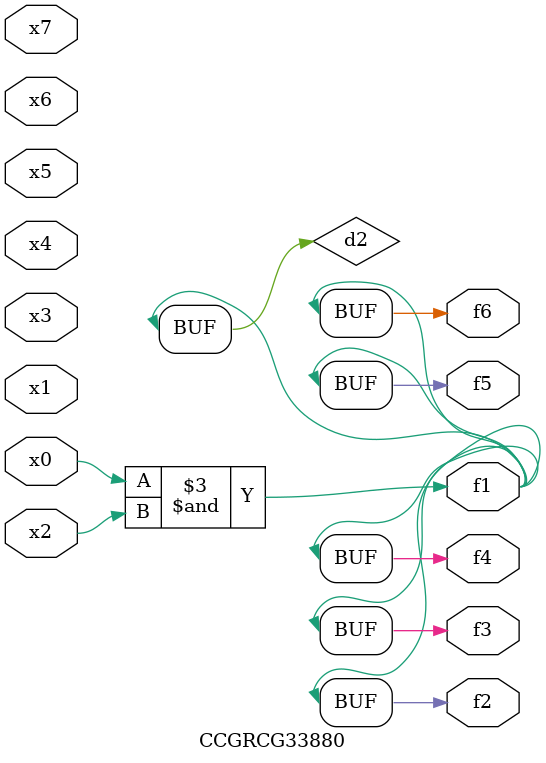
<source format=v>
module CCGRCG33880(
	input x0, x1, x2, x3, x4, x5, x6, x7,
	output f1, f2, f3, f4, f5, f6
);

	wire d1, d2;

	nor (d1, x3, x6);
	and (d2, x0, x2);
	assign f1 = d2;
	assign f2 = d2;
	assign f3 = d2;
	assign f4 = d2;
	assign f5 = d2;
	assign f6 = d2;
endmodule

</source>
